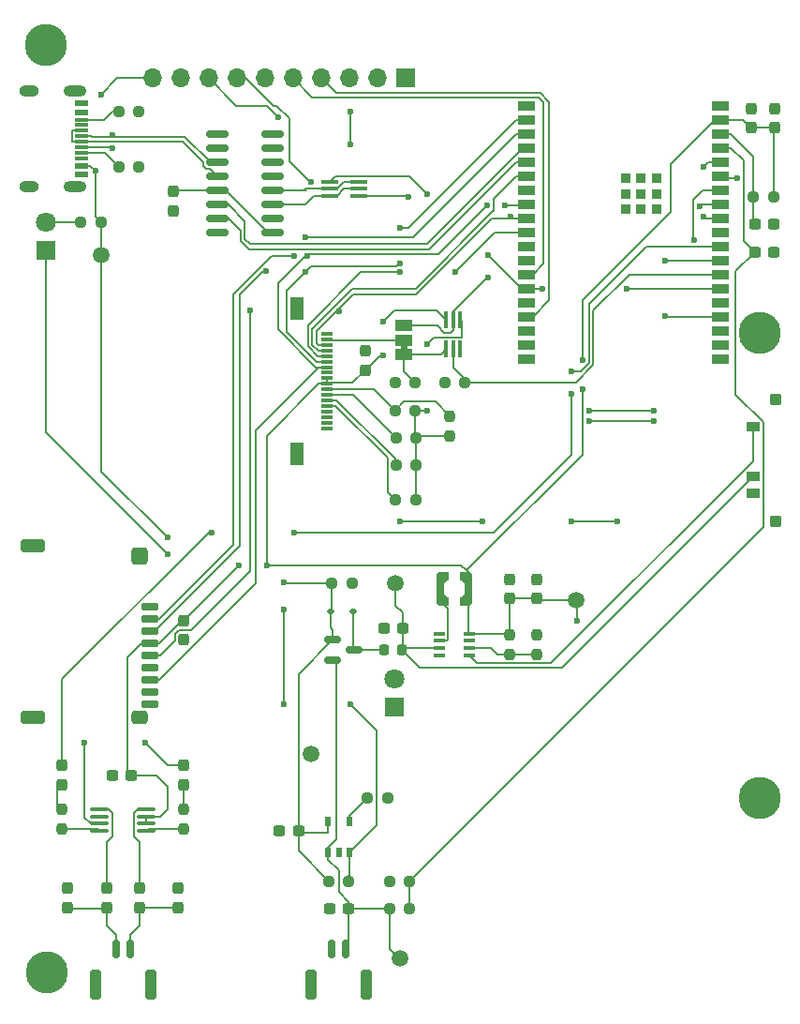
<source format=gbr>
%TF.GenerationSoftware,KiCad,Pcbnew,8.0.7*%
%TF.CreationDate,2025-01-02T12:18:16+01:00*%
%TF.ProjectId,redroid_go,72656472-6f69-4645-9f67-6f2e6b696361,rev?*%
%TF.SameCoordinates,Original*%
%TF.FileFunction,Copper,L2,Bot*%
%TF.FilePolarity,Positive*%
%FSLAX46Y46*%
G04 Gerber Fmt 4.6, Leading zero omitted, Abs format (unit mm)*
G04 Created by KiCad (PCBNEW 8.0.7) date 2025-01-02 12:18:16*
%MOMM*%
%LPD*%
G01*
G04 APERTURE LIST*
G04 Aperture macros list*
%AMRoundRect*
0 Rectangle with rounded corners*
0 $1 Rounding radius*
0 $2 $3 $4 $5 $6 $7 $8 $9 X,Y pos of 4 corners*
0 Add a 4 corners polygon primitive as box body*
4,1,4,$2,$3,$4,$5,$6,$7,$8,$9,$2,$3,0*
0 Add four circle primitives for the rounded corners*
1,1,$1+$1,$2,$3*
1,1,$1+$1,$4,$5*
1,1,$1+$1,$6,$7*
1,1,$1+$1,$8,$9*
0 Add four rect primitives between the rounded corners*
20,1,$1+$1,$2,$3,$4,$5,0*
20,1,$1+$1,$4,$5,$6,$7,0*
20,1,$1+$1,$6,$7,$8,$9,0*
20,1,$1+$1,$8,$9,$2,$3,0*%
%AMFreePoly0*
4,1,11,0.760000,0.825000,0.380000,0.510000,0.380000,-0.510000,0.760000,-0.825000,0.760000,-1.525000,-0.125000,-1.525000,-0.380000,-1.270000,-0.380000,1.270000,-0.125000,1.525000,0.760000,1.525000,0.760000,0.825000,0.760000,0.825000,$1*%
G04 Aperture macros list end*
%TA.AperFunction,EtchedComponent*%
%ADD10C,0.000000*%
%TD*%
%TA.AperFunction,SMDPad,CuDef*%
%ADD11R,1.004699X0.355600*%
%TD*%
%TA.AperFunction,SMDPad,CuDef*%
%ADD12R,1.498600X0.889000*%
%TD*%
%TA.AperFunction,SMDPad,CuDef*%
%ADD13R,0.889000X0.889000*%
%TD*%
%TA.AperFunction,SMDPad,CuDef*%
%ADD14R,1.000000X0.300000*%
%TD*%
%TA.AperFunction,SMDPad,CuDef*%
%ADD15R,1.300000X2.000000*%
%TD*%
%TA.AperFunction,SMDPad,CuDef*%
%ADD16C,1.500000*%
%TD*%
%TA.AperFunction,ComponentPad*%
%ADD17C,3.800000*%
%TD*%
%TA.AperFunction,ComponentPad*%
%ADD18R,1.700000X1.700000*%
%TD*%
%TA.AperFunction,ComponentPad*%
%ADD19O,1.700000X1.700000*%
%TD*%
%TA.AperFunction,ComponentPad*%
%ADD20R,1.800000X1.800000*%
%TD*%
%TA.AperFunction,ComponentPad*%
%ADD21C,1.800000*%
%TD*%
%TA.AperFunction,SMDPad,CuDef*%
%ADD22RoundRect,0.237500X-0.300000X-0.237500X0.300000X-0.237500X0.300000X0.237500X-0.300000X0.237500X0*%
%TD*%
%TA.AperFunction,SMDPad,CuDef*%
%ADD23RoundRect,0.237500X0.250000X0.237500X-0.250000X0.237500X-0.250000X-0.237500X0.250000X-0.237500X0*%
%TD*%
%TA.AperFunction,SMDPad,CuDef*%
%ADD24RoundRect,0.237500X0.237500X-0.300000X0.237500X0.300000X-0.237500X0.300000X-0.237500X-0.300000X0*%
%TD*%
%TA.AperFunction,SMDPad,CuDef*%
%ADD25RoundRect,0.237500X0.237500X-0.287500X0.237500X0.287500X-0.237500X0.287500X-0.237500X-0.287500X0*%
%TD*%
%TA.AperFunction,SMDPad,CuDef*%
%ADD26RoundRect,0.112500X0.187500X0.112500X-0.187500X0.112500X-0.187500X-0.112500X0.187500X-0.112500X0*%
%TD*%
%TA.AperFunction,SMDPad,CuDef*%
%ADD27R,0.508000X0.914400*%
%TD*%
%TA.AperFunction,SMDPad,CuDef*%
%ADD28RoundRect,0.237500X-0.237500X0.300000X-0.237500X-0.300000X0.237500X-0.300000X0.237500X0.300000X0*%
%TD*%
%TA.AperFunction,SMDPad,CuDef*%
%ADD29RoundRect,0.237500X-0.250000X-0.237500X0.250000X-0.237500X0.250000X0.237500X-0.250000X0.237500X0*%
%TD*%
%TA.AperFunction,SMDPad,CuDef*%
%ADD30RoundRect,0.150000X0.150000X0.700000X-0.150000X0.700000X-0.150000X-0.700000X0.150000X-0.700000X0*%
%TD*%
%TA.AperFunction,SMDPad,CuDef*%
%ADD31RoundRect,0.250000X0.250000X1.100000X-0.250000X1.100000X-0.250000X-1.100000X0.250000X-1.100000X0*%
%TD*%
%TA.AperFunction,SMDPad,CuDef*%
%ADD32R,1.150000X0.600000*%
%TD*%
%TA.AperFunction,SMDPad,CuDef*%
%ADD33R,1.150000X0.300000*%
%TD*%
%TA.AperFunction,ComponentPad*%
%ADD34O,2.100000X1.000000*%
%TD*%
%TA.AperFunction,ComponentPad*%
%ADD35O,1.800000X1.000000*%
%TD*%
%TA.AperFunction,SMDPad,CuDef*%
%ADD36RoundRect,0.225000X-0.400000X0.225000X-0.400000X-0.225000X0.400000X-0.225000X0.400000X0.225000X0*%
%TD*%
%TA.AperFunction,SMDPad,CuDef*%
%ADD37RoundRect,0.250000X-0.250000X0.300000X-0.250000X-0.300000X0.250000X-0.300000X0.250000X0.300000X0*%
%TD*%
%TA.AperFunction,SMDPad,CuDef*%
%ADD38RoundRect,0.100000X0.712500X0.100000X-0.712500X0.100000X-0.712500X-0.100000X0.712500X-0.100000X0*%
%TD*%
%TA.AperFunction,SMDPad,CuDef*%
%ADD39FreePoly0,0.000000*%
%TD*%
%TA.AperFunction,SMDPad,CuDef*%
%ADD40FreePoly0,180.000000*%
%TD*%
%TA.AperFunction,SMDPad,CuDef*%
%ADD41RoundRect,0.150000X-0.825000X-0.150000X0.825000X-0.150000X0.825000X0.150000X-0.825000X0.150000X0*%
%TD*%
%TA.AperFunction,SMDPad,CuDef*%
%ADD42RoundRect,0.175000X0.625000X-0.175000X0.625000X0.175000X-0.625000X0.175000X-0.625000X-0.175000X0*%
%TD*%
%TA.AperFunction,SMDPad,CuDef*%
%ADD43RoundRect,0.300000X0.450000X-0.300000X0.450000X0.300000X-0.450000X0.300000X-0.450000X-0.300000X0*%
%TD*%
%TA.AperFunction,SMDPad,CuDef*%
%ADD44RoundRect,0.375000X0.375000X-0.425000X0.375000X0.425000X-0.375000X0.425000X-0.375000X-0.425000X0*%
%TD*%
%TA.AperFunction,SMDPad,CuDef*%
%ADD45RoundRect,0.300000X0.800000X-0.300000X0.800000X0.300000X-0.800000X0.300000X-0.800000X-0.300000X0*%
%TD*%
%TA.AperFunction,SMDPad,CuDef*%
%ADD46RoundRect,0.100000X-0.650000X-0.100000X0.650000X-0.100000X0.650000X0.100000X-0.650000X0.100000X0*%
%TD*%
%TA.AperFunction,SMDPad,CuDef*%
%ADD47RoundRect,0.237500X0.300000X0.237500X-0.300000X0.237500X-0.300000X-0.237500X0.300000X-0.237500X0*%
%TD*%
%TA.AperFunction,SMDPad,CuDef*%
%ADD48R,1.500000X1.000000*%
%TD*%
%TA.AperFunction,SMDPad,CuDef*%
%ADD49RoundRect,0.218750X-0.218750X-0.256250X0.218750X-0.256250X0.218750X0.256250X-0.218750X0.256250X0*%
%TD*%
%TA.AperFunction,SMDPad,CuDef*%
%ADD50RoundRect,0.150000X-0.587500X-0.150000X0.587500X-0.150000X0.587500X0.150000X-0.587500X0.150000X0*%
%TD*%
%TA.AperFunction,SMDPad,CuDef*%
%ADD51RoundRect,0.237500X-0.237500X0.250000X-0.237500X-0.250000X0.237500X-0.250000X0.237500X0.250000X0*%
%TD*%
%TA.AperFunction,SMDPad,CuDef*%
%ADD52RoundRect,0.237500X0.237500X-0.250000X0.237500X0.250000X-0.237500X0.250000X-0.237500X-0.250000X0*%
%TD*%
%TA.AperFunction,SMDPad,CuDef*%
%ADD53RoundRect,0.100000X0.100000X-0.650000X0.100000X0.650000X-0.100000X0.650000X-0.100000X-0.650000X0*%
%TD*%
%TA.AperFunction,ViaPad*%
%ADD54C,0.600000*%
%TD*%
%TA.AperFunction,Conductor*%
%ADD55C,0.200000*%
%TD*%
G04 APERTURE END LIST*
D10*
%TA.AperFunction,EtchedComponent*%
%TO.C,JP1*%
G36*
X164187500Y-74050000D02*
G01*
X163587500Y-74050000D01*
X163587500Y-73550000D01*
X164187500Y-73550000D01*
X164187500Y-74050000D01*
G37*
%TD.AperFunction*%
%TD*%
D11*
%TO.P,U3,1,PG*%
%TO.N,unconnected-(U3-PG-Pad1)*%
X167057201Y-101615448D03*
%TO.P,U3,2,VIN*%
%TO.N,Net-(SW11-B)*%
X167057201Y-100965450D03*
%TO.P,U3,3,SW*%
%TO.N,Net-(U3-SW)*%
X167057201Y-100315448D03*
%TO.P,U3,4,PGND*%
%TO.N,GND*%
X167057201Y-99665450D03*
%TO.P,U3,5,OUT*%
%TO.N,P3V3*%
X169763697Y-99665450D03*
%TO.P,U3,6,AGND*%
%TO.N,GND*%
X169763697Y-100315448D03*
%TO.P,U3,7,FB*%
%TO.N,Net-(U3-FB)*%
X169763697Y-100965450D03*
%TO.P,U3,8,EN*%
%TO.N,Net-(SW11-A)*%
X169763697Y-101615448D03*
%TD*%
D12*
%TO.P,U1,1,GND*%
%TO.N,GND*%
X192500000Y-52000000D03*
%TO.P,U1,2,3V3*%
%TO.N,P3V3*%
X192500000Y-53270000D03*
%TO.P,U1,3,EN*%
%TO.N,RESET*%
X192500000Y-54540000D03*
%TO.P,U1,4,SENSOR_VP*%
%TO.N,IO36*%
X192500000Y-55810000D03*
%TO.P,U1,5,SENSOR_VN*%
%TO.N,IO39*%
X192500000Y-57080000D03*
%TO.P,U1,6,IO34*%
%TO.N,IO34*%
X192500000Y-58350000D03*
%TO.P,U1,7,IO35*%
%TO.N,IO35*%
X192500000Y-59620000D03*
%TO.P,U1,8,IO32*%
%TO.N,IO32*%
X192500000Y-60890000D03*
%TO.P,U1,9,IO33*%
%TO.N,IO33*%
X192500000Y-62160000D03*
%TO.P,U1,10,IO25*%
%TO.N,IO25*%
X192500000Y-63430000D03*
%TO.P,U1,11,IO26*%
%TO.N,IO26*%
X192500000Y-64700000D03*
%TO.P,U1,12,IO27*%
%TO.N,IO27*%
X192500000Y-65970000D03*
%TO.P,U1,13,IO14*%
%TO.N,IO14*%
X192500000Y-67240000D03*
%TO.P,U1,14,IO12*%
%TO.N,IO12*%
X192500000Y-68510000D03*
%TO.P,U1,15,GND*%
%TO.N,unconnected-(U1-GND-Pad15)*%
X192500000Y-69780000D03*
%TO.P,U1,16,IO13*%
%TO.N,IO13*%
X192500000Y-71050000D03*
%TO.P,U1,17,NC*%
%TO.N,unconnected-(U1-NC-Pad17)*%
X192500000Y-72320000D03*
%TO.P,U1,18,NC*%
%TO.N,unconnected-(U1-NC-Pad18)*%
X192500000Y-73590000D03*
%TO.P,U1,19,NC*%
%TO.N,unconnected-(U1-NC-Pad19)*%
X192500000Y-74860000D03*
%TO.P,U1,20,NC*%
%TO.N,unconnected-(U1-NC-Pad20)*%
X175000000Y-74860000D03*
%TO.P,U1,21,NC*%
%TO.N,unconnected-(U1-NC-Pad21)*%
X175000000Y-73590000D03*
%TO.P,U1,22,NC*%
%TO.N,unconnected-(U1-NC-Pad22)*%
X175000000Y-72320000D03*
%TO.P,U1,23,IO15*%
%TO.N,IO15*%
X175000000Y-71050000D03*
%TO.P,U1,24,IO2*%
%TO.N,IO2*%
X175000000Y-69780000D03*
%TO.P,U1,25,IO0*%
%TO.N,IO0*%
X175000000Y-68510000D03*
%TO.P,U1,26,IO4*%
%TO.N,IO4*%
X175000000Y-67240000D03*
%TO.P,U1,27,NC*%
%TO.N,unconnected-(U1-NC-Pad27)*%
X175000000Y-65970000D03*
%TO.P,U1,28,NC*%
%TO.N,unconnected-(U1-NC-Pad28)*%
X175000000Y-64700000D03*
%TO.P,U1,29,IO5*%
%TO.N,CS0*%
X175000000Y-63430000D03*
%TO.P,U1,30,IO18*%
%TO.N,SCK*%
X175000000Y-62160000D03*
%TO.P,U1,31,IO19*%
%TO.N,MISO*%
X175000000Y-60890000D03*
%TO.P,U1,32,NC*%
%TO.N,unconnected-(U1-NC-Pad32)*%
X175000000Y-59620000D03*
%TO.P,U1,33,IO21*%
%TO.N,IO21*%
X175000000Y-58350000D03*
%TO.P,U1,34,RXD0*%
%TO.N,RX0*%
X175000000Y-57080000D03*
%TO.P,U1,35,TXD0*%
%TO.N,TX0*%
X175000000Y-55810000D03*
%TO.P,U1,36,IO22*%
%TO.N,CS1*%
X175000000Y-54540000D03*
%TO.P,U1,37,IO23*%
%TO.N,MOSI*%
X175000000Y-53270000D03*
%TO.P,U1,38,GND*%
%TO.N,GND*%
X175000000Y-52000000D03*
D13*
%TO.P,U1,42,EPAD*%
%TO.N,unconnected-(U1-EPAD-Pad42)*%
X185330500Y-61335936D03*
%TO.P,U1,39,EPAD*%
%TO.N,unconnected-(U1-EPAD-Pad39)*%
X185330500Y-59946810D03*
%TO.P,U1,46,EPAD*%
%TO.N,unconnected-(U1-EPAD-Pad46)*%
X185330500Y-58557684D03*
%TO.P,U1,40,EPAD*%
%TO.N,unconnected-(U1-EPAD-Pad40)*%
X186719626Y-59946810D03*
%TO.P,U1,47,EPAD*%
%TO.N,unconnected-(U1-EPAD-Pad47)*%
X186719626Y-58557684D03*
%TO.P,U1,41,EPAD*%
%TO.N,unconnected-(U1-EPAD-Pad41)*%
X186719626Y-61335936D03*
%TO.P,U1,45,EPAD*%
%TO.N,unconnected-(U1-EPAD-Pad45)*%
X183941374Y-58557684D03*
%TO.P,U1,44,EPAD*%
%TO.N,unconnected-(U1-EPAD-Pad44)*%
X183941374Y-59946810D03*
%TO.P,U1,43,EPAD*%
%TO.N,unconnected-(U1-EPAD-Pad43)*%
X183941374Y-61335936D03*
%TD*%
D14*
%TO.P,J2,1,YD*%
%TO.N,unconnected-(J2-YD-Pad1)*%
X156950000Y-81099999D03*
%TO.P,J2,2,XR*%
%TO.N,unconnected-(J2-XR-Pad2)*%
X156950000Y-80600000D03*
%TO.P,J2,3,YU*%
%TO.N,unconnected-(J2-YU-Pad3)*%
X156950000Y-80099999D03*
%TO.P,J2,4,XL*%
%TO.N,unconnected-(J2-XL-Pad4)*%
X156950000Y-79600000D03*
%TO.P,J2,5,LEDK4*%
%TO.N,Net-(J2-LEDK4)*%
X156950000Y-79099998D03*
%TO.P,J2,6,LEDK3*%
%TO.N,Net-(J2-LEDK3)*%
X156950000Y-78599999D03*
%TO.P,J2,7,LEDK2*%
%TO.N,Net-(J2-LEDK2)*%
X156950000Y-78100000D03*
%TO.P,J2,8,LEDK1*%
%TO.N,Net-(J2-LEDK1)*%
X156950000Y-77599998D03*
%TO.P,J2,9,LEDA*%
%TO.N,P3V3*%
X156950000Y-77100000D03*
%TO.P,J2,10,VCC*%
X156950000Y-76599998D03*
%TO.P,J2,11,GND*%
%TO.N,GND*%
X156950000Y-76099999D03*
%TO.P,J2,12,SDO*%
%TO.N,MISO*%
X156950000Y-75600000D03*
%TO.P,J2,13,SDA*%
%TO.N,MOSI*%
X156950000Y-75099998D03*
%TO.P,J2,14,CS*%
%TO.N,CS0*%
X156950000Y-74599999D03*
%TO.P,J2,15,D/C*%
%TO.N,IO21*%
X156950000Y-74099998D03*
%TO.P,J2,16,SCL*%
%TO.N,SCK*%
X156950000Y-73599999D03*
%TO.P,J2,17,RST*%
%TO.N,Net-(J2-RST)*%
X156950000Y-73100000D03*
%TO.P,J2,18,GND*%
%TO.N,GND*%
X156950000Y-72599998D03*
D15*
%TO.P,J2,P1*%
%TO.N,unconnected-(J2-PadP1)*%
X154250001Y-83399992D03*
%TO.P,J2,P2*%
%TO.N,unconnected-(J2-PadP2)*%
X154250001Y-70300008D03*
%TD*%
D16*
%TO.P,TP11,1,1*%
%TO.N,GND*%
X155500000Y-110500000D03*
%TD*%
D17*
%TO.P,H4,1,1*%
%TO.N,unconnected-(H4-Pad1)*%
X196050000Y-72500000D03*
%TD*%
%TO.P,H3,1,1*%
%TO.N,unconnected-(H3-Pad1)*%
X131650000Y-130250000D03*
%TD*%
%TO.P,H2,1,1*%
%TO.N,unconnected-(H2-Pad1)*%
X131550000Y-46500000D03*
%TD*%
%TO.P,H1,1,1*%
%TO.N,unconnected-(H1-Pad1)*%
X196000000Y-114500000D03*
%TD*%
D18*
%TO.P,J4,1,Pin_1*%
%TO.N,GND*%
X164000000Y-49500000D03*
D19*
%TO.P,J4,2,Pin_2*%
%TO.N,Net-(J4-Pin_2)*%
X161460000Y-49500000D03*
%TO.P,J4,3,Pin_3*%
%TO.N,Net-(J4-Pin_3)*%
X158920000Y-49500000D03*
%TO.P,J4,4,Pin_4*%
%TO.N,IO15*%
X156380000Y-49500000D03*
%TO.P,J4,5,Pin_5*%
%TO.N,IO4*%
X153840000Y-49500000D03*
%TO.P,J4,6,Pin_6*%
%TO.N,P3V3*%
X151300000Y-49500000D03*
%TO.P,J4,7,Pin_7*%
%TO.N,MISO*%
X148760000Y-49500000D03*
%TO.P,J4,8,Pin_8*%
%TO.N,Net-(J4-Pin_8)*%
X146220000Y-49500000D03*
%TO.P,J4,9,Pin_9*%
%TO.N,unconnected-(J4-Pin_9-Pad9)*%
X143680000Y-49500000D03*
%TO.P,J4,10,Pin_10*%
%TO.N,VBUS*%
X141140000Y-49500000D03*
%TD*%
D20*
%TO.P,D3,1,K*%
%TO.N,GND*%
X163000000Y-106270000D03*
D21*
%TO.P,D3,2,A*%
%TO.N,Net-(D3-A)*%
X163000000Y-103730000D03*
%TD*%
D20*
%TO.P,D2,1,K*%
%TO.N,Net-(D2-K)*%
X131500000Y-65040000D03*
D21*
%TO.P,D2,2,A*%
%TO.N,Net-(D2-A)*%
X131500000Y-62500000D03*
%TD*%
D16*
%TO.P,TP13,1,1*%
%TO.N,VBAT*%
X163500000Y-129000000D03*
%TD*%
D22*
%TO.P,C20,1*%
%TO.N,IO36*%
X195587500Y-65200000D03*
%TO.P,C20,2*%
%TO.N,GND*%
X197312500Y-65200000D03*
%TD*%
D23*
%TO.P,R10,1*%
%TO.N,IO36*%
X164412500Y-122000000D03*
%TO.P,R10,2*%
%TO.N,GND*%
X162587500Y-122000000D03*
%TD*%
D24*
%TO.P,C3,1*%
%TO.N,P3V3*%
X173410449Y-96502949D03*
%TO.P,C3,2*%
%TO.N,GND*%
X173410449Y-94777949D03*
%TD*%
D25*
%TO.P,FB2,1*%
%TO.N,Net-(J3-Pin_2)*%
X137000000Y-124375000D03*
%TO.P,FB2,2*%
%TO.N,Net-(PAM8403-OUT-)*%
X137000000Y-122625000D03*
%TD*%
D26*
%TO.P,D1,1,K*%
%TO.N,Net-(D1-K)*%
X159322949Y-97640449D03*
%TO.P,D1,2,A*%
%TO.N,VBUS*%
X157222949Y-97640449D03*
%TD*%
D27*
%TO.P,U4,1,/CHG*%
%TO.N,Net-(D2-K)*%
X158950001Y-119397000D03*
%TO.P,U4,2,VSS*%
%TO.N,GND*%
X158000000Y-119397000D03*
%TO.P,U4,3,BAT*%
%TO.N,VBAT*%
X157049999Y-119397000D03*
%TO.P,U4,4,VIN*%
%TO.N,VBUS*%
X157049999Y-116603000D03*
%TO.P,U4,5,ISEN*%
%TO.N,Net-(U4-ISEN)*%
X158950001Y-116603000D03*
%TD*%
D28*
%TO.P,C14,1*%
%TO.N,GND*%
X133500000Y-122637500D03*
%TO.P,C14,2*%
%TO.N,Net-(J3-Pin_2)*%
X133500000Y-124362500D03*
%TD*%
D16*
%TO.P,TP14,1,1*%
%TO.N,VBUS*%
X136500000Y-65500000D03*
%TD*%
D29*
%TO.P,R2,1*%
%TO.N,Net-(J1-CC2)*%
X138087500Y-52500000D03*
%TO.P,R2,2*%
%TO.N,GND*%
X139912500Y-52500000D03*
%TD*%
D30*
%TO.P,BT1,1,+*%
%TO.N,VBAT*%
X158625000Y-128150000D03*
%TO.P,BT1,2,-*%
%TO.N,GND*%
X157375000Y-128150000D03*
D31*
%TO.P,BT1,MP*%
%TO.N,N/C*%
X160475000Y-131350000D03*
X155525000Y-131350000D03*
%TD*%
D32*
%TO.P,J1,A1_B12,GND*%
%TO.N,GND*%
X134755000Y-58200000D03*
%TO.P,J1,A4_B9,VBUS*%
%TO.N,VBUS*%
X134755000Y-57400000D03*
D33*
%TO.P,J1,A5,CC1*%
%TO.N,Net-(J1-CC1)*%
X134755000Y-56250000D03*
%TO.P,J1,A6,DP1*%
%TO.N,D+*%
X134755000Y-55250000D03*
%TO.P,J1,A7,DN1*%
%TO.N,D-*%
X134755000Y-54750000D03*
%TO.P,J1,A8,SBU1*%
%TO.N,unconnected-(J1-SBU1-PadA8)*%
X134755000Y-53750000D03*
D32*
%TO.P,J1,B1_A12,GND__1*%
%TO.N,unconnected-(J1-GND__1-PadB1_A12)*%
X134755000Y-51800000D03*
%TO.P,J1,B4_A9,VBUS__1*%
%TO.N,unconnected-(J1-VBUS__1-PadB4_A9)*%
X134755000Y-52600000D03*
D33*
%TO.P,J1,B5,CC2*%
%TO.N,Net-(J1-CC2)*%
X134755000Y-53250000D03*
%TO.P,J1,B6,DP2*%
%TO.N,D+*%
X134755000Y-54250000D03*
%TO.P,J1,B7,DN2*%
%TO.N,D-*%
X134755000Y-55750000D03*
%TO.P,J1,B8,SBU2*%
%TO.N,unconnected-(J1-SBU2-PadB8)*%
X134755000Y-56750000D03*
D34*
%TO.P,J1,SH1,SHELL_GND*%
%TO.N,GND*%
X134180000Y-59320000D03*
%TO.P,J1,SH2,SHELL_GND__1*%
%TO.N,unconnected-(J1-SHELL_GND__1-PadSH2)*%
X134180000Y-50680000D03*
D35*
%TO.P,J1,SH3,SHELL_GND__2*%
%TO.N,unconnected-(J1-SHELL_GND__2-PadSH3)*%
X130000000Y-59320000D03*
%TO.P,J1,SH4,SHELL_GND__3*%
%TO.N,unconnected-(J1-SHELL_GND__3-PadSH4)*%
X130000000Y-50680000D03*
%TD*%
D36*
%TO.P,SW11,1,A*%
%TO.N,Net-(SW11-A)*%
X195425000Y-81000000D03*
%TO.P,SW11,2,B*%
%TO.N,Net-(SW11-B)*%
X195425000Y-85500000D03*
%TO.P,SW11,3,C*%
%TO.N,unconnected-(SW11-C-Pad3)*%
X195425000Y-87000000D03*
D37*
%TO.P,SW11,4*%
%TO.N,N/C*%
X197500000Y-78500000D03*
%TO.P,SW11,5*%
X197500000Y-89500000D03*
%TD*%
D29*
%TO.P,R21,1*%
%TO.N,GND*%
X163087500Y-77000000D03*
%TO.P,R21,2*%
%TO.N,Net-(JP1-A)*%
X164912500Y-77000000D03*
%TD*%
D28*
%TO.P,C1,1*%
%TO.N,P3V3*%
X143050000Y-59737500D03*
%TO.P,C1,2*%
%TO.N,GND*%
X143050000Y-61462500D03*
%TD*%
D24*
%TO.P,C11,1*%
%TO.N,Net-(C11-Pad1)*%
X144000000Y-113275000D03*
%TO.P,C11,2*%
%TO.N,IO25*%
X144000000Y-111550000D03*
%TD*%
D23*
%TO.P,R25,1*%
%TO.N,Net-(Q3A-C1)*%
X165000000Y-82000000D03*
%TO.P,R25,2*%
%TO.N,Net-(J2-LEDK2)*%
X163175000Y-82000000D03*
%TD*%
D16*
%TO.P,TP1,1,1*%
%TO.N,P3V3*%
X179410449Y-96640449D03*
%TD*%
D38*
%TO.P,PAM8403,1,OUT+*%
%TO.N,Net-(PAM8403-OUT+)*%
X140612500Y-115525000D03*
%TO.P,PAM8403,2,PVDD*%
%TO.N,P3V3*%
X140612500Y-116175000D03*
%TO.P,PAM8403,3,VDD*%
X140612500Y-116825000D03*
%TO.P,PAM8403,4,IN-*%
%TO.N,Net-(PAM8403-IN-)*%
X140612500Y-117475000D03*
%TO.P,PAM8403,5,IN+*%
%TO.N,Net-(PAM8403-IN+)*%
X136387500Y-117475000D03*
%TO.P,PAM8403,6,SD*%
%TO.N,IO25*%
X136387500Y-116825000D03*
%TO.P,PAM8403,7,GND*%
%TO.N,GND*%
X136387500Y-116175000D03*
%TO.P,PAM8403,8,OUT-*%
%TO.N,Net-(PAM8403-OUT-)*%
X136387500Y-115525000D03*
%TD*%
D39*
%TO.P,L1,1,1*%
%TO.N,Net-(U3-SW)*%
X167140449Y-95640449D03*
D40*
%TO.P,L1,2,2*%
%TO.N,P3V3*%
X169680449Y-95640449D03*
%TD*%
D23*
%TO.P,R17,1*%
%TO.N,P3V3*%
X197312500Y-60200000D03*
%TO.P,R17,2*%
%TO.N,RESET*%
X195487500Y-60200000D03*
%TD*%
D41*
%TO.P,U2,1,GND*%
%TO.N,GND*%
X147025000Y-63445000D03*
%TO.P,U2,2,TXD*%
%TO.N,RX0*%
X147025000Y-62175000D03*
%TO.P,U2,3,RXD*%
%TO.N,TX0*%
X147025000Y-60905000D03*
%TO.P,U2,4,V3*%
%TO.N,P3V3*%
X147025000Y-59635000D03*
%TO.P,U2,5,UD+*%
%TO.N,D+*%
X147025000Y-58365000D03*
%TO.P,U2,6,UD-*%
%TO.N,D-*%
X147025000Y-57095000D03*
%TO.P,U2,7,NC*%
%TO.N,unconnected-(U2-NC-Pad7)*%
X147025000Y-55825000D03*
%TO.P,U2,8,NC*%
%TO.N,unconnected-(U2-NC-Pad8)*%
X147025000Y-54555000D03*
%TO.P,U2,9,~{CTS}*%
%TO.N,unconnected-(U2-~{CTS}-Pad9)*%
X151975000Y-54555000D03*
%TO.P,U2,10,~{DSR}*%
%TO.N,unconnected-(U2-~{DSR}-Pad10)*%
X151975000Y-55825000D03*
%TO.P,U2,11,~{RI}*%
%TO.N,unconnected-(U2-~{RI}-Pad11)*%
X151975000Y-57095000D03*
%TO.P,U2,12,~{DCD}*%
%TO.N,unconnected-(U2-~{DCD}-Pad12)*%
X151975000Y-58365000D03*
%TO.P,U2,13,~{DTR}*%
%TO.N,Net-(Q1A-B1)*%
X151975000Y-59635000D03*
%TO.P,U2,14,~{RTS}*%
%TO.N,Net-(Q1A-E1)*%
X151975000Y-60905000D03*
%TO.P,U2,15,R232*%
%TO.N,unconnected-(U2-R232-Pad15)*%
X151975000Y-62175000D03*
%TO.P,U2,16,VCC*%
%TO.N,P3V3*%
X151975000Y-63445000D03*
%TD*%
D25*
%TO.P,FB1,1*%
%TO.N,Net-(J3-Pin_1)*%
X140000000Y-124375000D03*
%TO.P,FB1,2*%
%TO.N,Net-(PAM8403-OUT+)*%
X140000000Y-122625000D03*
%TD*%
D22*
%TO.P,C9,1*%
%TO.N,RESET*%
X195587500Y-62700000D03*
%TO.P,C9,2*%
%TO.N,GND*%
X197312500Y-62700000D03*
%TD*%
D42*
%TO.P,U6,1,DAT2*%
%TO.N,unconnected-(U6-DAT2-Pad1)*%
X140950000Y-97250000D03*
%TO.P,U6,2,CD/DAT3*%
%TO.N,CS1*%
X140950000Y-98350000D03*
%TO.P,U6,3,CMD*%
%TO.N,MOSI*%
X140950000Y-99450000D03*
%TO.P,U6,4,VDD*%
%TO.N,P3V3*%
X140950000Y-100550000D03*
%TO.P,U6,5,CLX*%
%TO.N,SCK*%
X140950000Y-101650000D03*
%TO.P,U6,6,VSS*%
%TO.N,GND*%
X140950000Y-102750000D03*
%TO.P,U6,7,DAT0*%
%TO.N,MISO*%
X140950000Y-103850000D03*
%TO.P,U6,8,DAT1*%
%TO.N,unconnected-(U6-DAT1-Pad8)*%
X140950000Y-104950000D03*
%TO.P,U6,9,SD_CD*%
%TO.N,unconnected-(U6-SD_CD-Pad9)*%
X140950000Y-106050000D03*
D43*
%TO.P,U6,10,SHIELD2*%
%TO.N,GND*%
X139950000Y-107250000D03*
D44*
X139950000Y-92650000D03*
D45*
%TO.P,U6,11,SHIELD1*%
X130350000Y-107250000D03*
X130350000Y-91750000D03*
%TD*%
D29*
%TO.P,R6,1*%
%TO.N,Net-(U4-ISEN)*%
X160587500Y-114500000D03*
%TO.P,R6,2*%
%TO.N,GND*%
X162412500Y-114500000D03*
%TD*%
%TO.P,R1,1*%
%TO.N,Net-(J1-CC1)*%
X138087500Y-57500000D03*
%TO.P,R1,2*%
%TO.N,GND*%
X139912500Y-57500000D03*
%TD*%
D23*
%TO.P,R8,1*%
%TO.N,VBUS*%
X136500000Y-62500000D03*
%TO.P,R8,2*%
%TO.N,Net-(D2-A)*%
X134675000Y-62500000D03*
%TD*%
%TO.P,R20,1*%
%TO.N,IO14*%
X169412500Y-77000000D03*
%TO.P,R20,2*%
%TO.N,GND*%
X167587500Y-77000000D03*
%TD*%
D24*
%TO.P,C7,1*%
%TO.N,P3V3*%
X195250000Y-53962500D03*
%TO.P,C7,2*%
%TO.N,GND*%
X195250000Y-52237500D03*
%TD*%
D23*
%TO.P,R19,1*%
%TO.N,Net-(Q3A-C1)*%
X165000000Y-84450000D03*
%TO.P,R19,2*%
%TO.N,Net-(J2-LEDK3)*%
X163175000Y-84450000D03*
%TD*%
D46*
%TO.P,Q1,1,E1*%
%TO.N,Net-(Q1A-E1)*%
X157170000Y-60150000D03*
%TO.P,Q1,2,B1*%
%TO.N,Net-(Q1A-B1)*%
X157170000Y-59500000D03*
%TO.P,Q1,3,C2*%
%TO.N,IO0*%
X157170000Y-58850000D03*
%TO.P,Q1,4,E2*%
%TO.N,Net-(Q1A-B1)*%
X159830000Y-58850000D03*
%TO.P,Q1,5,B2*%
%TO.N,Net-(Q1A-E1)*%
X159830000Y-59500000D03*
%TO.P,Q1,6,C1*%
%TO.N,RESET*%
X159830000Y-60150000D03*
%TD*%
D23*
%TO.P,R24,1*%
%TO.N,Net-(Q3A-C1)*%
X164912500Y-79500000D03*
%TO.P,R24,2*%
%TO.N,Net-(J2-LEDK1)*%
X163087500Y-79500000D03*
%TD*%
D47*
%TO.P,C13,1*%
%TO.N,P3V3*%
X139225000Y-112500000D03*
%TO.P,C13,2*%
%TO.N,GND*%
X137500000Y-112500000D03*
%TD*%
D28*
%TO.P,C15,1*%
%TO.N,GND*%
X143500000Y-122637500D03*
%TO.P,C15,2*%
%TO.N,Net-(J3-Pin_1)*%
X143500000Y-124362500D03*
%TD*%
D24*
%TO.P,C8,1*%
%TO.N,P3V3*%
X197400000Y-53962500D03*
%TO.P,C8,2*%
%TO.N,GND*%
X197400000Y-52237500D03*
%TD*%
D48*
%TO.P,JP1,1,A*%
%TO.N,Net-(JP1-A)*%
X163887500Y-74450000D03*
%TO.P,JP1,2,C*%
%TO.N,Net-(J2-RST)*%
X163887500Y-73150000D03*
%TO.P,JP1,3,B*%
%TO.N,RESET*%
X163887500Y-71850000D03*
%TD*%
D29*
%TO.P,R9,1*%
%TO.N,VBAT*%
X162587500Y-124500000D03*
%TO.P,R9,2*%
%TO.N,IO36*%
X164412500Y-124500000D03*
%TD*%
D49*
%TO.P,F1,1*%
%TO.N,Net-(D1-K)*%
X162122949Y-101140449D03*
%TO.P,F1,2*%
%TO.N,Net-(SW11-B)*%
X163697949Y-101140449D03*
%TD*%
D50*
%TO.P,Q2,1,D*%
%TO.N,VBAT*%
X157472949Y-102090449D03*
%TO.P,Q2,2,G*%
%TO.N,VBUS*%
X157472949Y-100190449D03*
%TO.P,Q2,3,S*%
%TO.N,Net-(D1-K)*%
X159347949Y-101140449D03*
%TD*%
D23*
%TO.P,R26,1*%
%TO.N,Net-(Q3A-C1)*%
X164950000Y-87600000D03*
%TO.P,R26,2*%
%TO.N,Net-(J2-LEDK4)*%
X163125000Y-87600000D03*
%TD*%
D24*
%TO.P,C10,1*%
%TO.N,P3V3*%
X160362500Y-75862500D03*
%TO.P,C10,2*%
%TO.N,GND*%
X160362500Y-74137500D03*
%TD*%
D16*
%TO.P,TP2,1,1*%
%TO.N,Net-(SW11-B)*%
X163140449Y-95140449D03*
%TD*%
D28*
%TO.P,C16,1*%
%TO.N,P3V3*%
X144000000Y-98500000D03*
%TO.P,C16,2*%
%TO.N,GND*%
X144000000Y-100225000D03*
%TD*%
D51*
%TO.P,R19,1*%
%TO.N,Net-(J2-LEDK1)*%
X168000000Y-80000000D03*
%TO.P,R19,2*%
%TO.N,Net-(Q3A-C1)*%
X168000000Y-81825000D03*
%TD*%
D47*
%TO.P,C6,1*%
%TO.N,VBAT*%
X158862500Y-124500000D03*
%TO.P,C6,2*%
%TO.N,GND*%
X157137500Y-124500000D03*
%TD*%
D51*
%TO.P,R4,1*%
%TO.N,P3V3*%
X173410449Y-99727949D03*
%TO.P,R4,2*%
%TO.N,Net-(U3-FB)*%
X173410449Y-101552949D03*
%TD*%
D28*
%TO.P,C12,1*%
%TO.N,IO26*%
X133000000Y-111550000D03*
%TO.P,C12,2*%
%TO.N,Net-(C12-Pad2)*%
X133000000Y-113275000D03*
%TD*%
D51*
%TO.P,R23,1*%
%TO.N,Net-(C12-Pad2)*%
X133000000Y-115500000D03*
%TO.P,R23,2*%
%TO.N,Net-(PAM8403-IN+)*%
X133000000Y-117325000D03*
%TD*%
D29*
%TO.P,R3,1*%
%TO.N,VBUS*%
X157360449Y-95140449D03*
%TO.P,R3,2*%
%TO.N,GND*%
X159185449Y-95140449D03*
%TD*%
D52*
%TO.P,R5,1*%
%TO.N,Net-(U3-FB)*%
X175910449Y-101552949D03*
%TO.P,R5,2*%
%TO.N,GND*%
X175910449Y-99727949D03*
%TD*%
D24*
%TO.P,C4,1*%
%TO.N,P3V3*%
X175910449Y-96502949D03*
%TO.P,C4,2*%
%TO.N,GND*%
X175910449Y-94777949D03*
%TD*%
D52*
%TO.P,R22,1*%
%TO.N,Net-(PAM8403-IN-)*%
X144000000Y-117325000D03*
%TO.P,R22,2*%
%TO.N,Net-(C11-Pad1)*%
X144000000Y-115500000D03*
%TD*%
D29*
%TO.P,R7,1*%
%TO.N,VBUS*%
X157087500Y-122000000D03*
%TO.P,R7,2*%
%TO.N,Net-(D2-K)*%
X158912500Y-122000000D03*
%TD*%
D47*
%TO.P,C5,1*%
%TO.N,VBUS*%
X154362500Y-117500000D03*
%TO.P,C5,2*%
%TO.N,GND*%
X152637500Y-117500000D03*
%TD*%
%TO.P,C2,1*%
%TO.N,Net-(SW11-B)*%
X163772949Y-99140449D03*
%TO.P,C2,2*%
%TO.N,GND*%
X162047949Y-99140449D03*
%TD*%
D30*
%TO.P,J3,1,Pin_1*%
%TO.N,Net-(J3-Pin_1)*%
X139125000Y-128150000D03*
%TO.P,J3,2,Pin_2*%
%TO.N,Net-(J3-Pin_2)*%
X137875000Y-128150000D03*
D31*
%TO.P,J3,MP*%
%TO.N,N/C*%
X140975000Y-131350000D03*
X136025000Y-131350000D03*
%TD*%
D53*
%TO.P,Q3,1,E1*%
%TO.N,GND*%
X168987500Y-73980000D03*
%TO.P,Q3,2,B1*%
%TO.N,IO14*%
X168337500Y-73980000D03*
%TO.P,Q3,3,C2*%
%TO.N,Net-(JP1-A)*%
X167687500Y-73980000D03*
%TO.P,Q3,4,E2*%
%TO.N,P3V3*%
X167687500Y-71320000D03*
%TO.P,Q3,5,B2*%
%TO.N,RESET*%
X168337500Y-71320000D03*
%TO.P,Q3,6,C1*%
%TO.N,Net-(Q3A-C1)*%
X168987500Y-71320000D03*
%TD*%
D54*
%TO.N,IO33*%
X191000000Y-62000000D03*
%TO.N,IO32*%
X190600000Y-61050000D03*
%TO.N,D-*%
X137500000Y-55825000D03*
X137500000Y-54625000D03*
%TO.N,RESET*%
X164250000Y-60250000D03*
X171500000Y-67500000D03*
%TO.N,IO34*%
X194000000Y-58500000D03*
X186500000Y-80500000D03*
X180600000Y-80500000D03*
%TO.N,IO35*%
X190138527Y-64100000D03*
X186500000Y-79500000D03*
X180600000Y-79500000D03*
%TO.N,IO13*%
X179000000Y-89500000D03*
X187500000Y-71000000D03*
X183150000Y-89500000D03*
X171000000Y-89500000D03*
X163500000Y-89500000D03*
X192500000Y-71050000D03*
%TO.N,IO0*%
X176400000Y-68500000D03*
%TO.N,P3V3*%
X179500000Y-98500000D03*
%TO.N,IO39*%
X191000000Y-57500000D03*
%TO.N,IO27*%
X187500000Y-66000000D03*
%TO.N,IO12*%
X184000000Y-68500000D03*
%TO.N,SCK*%
X173500000Y-62000000D03*
%TO.N,MISO*%
X155500000Y-58900000D03*
X155134650Y-65565350D03*
%TO.N,IO0*%
X166000000Y-60000000D03*
X171500000Y-65500000D03*
%TO.N,Net-(J4-Pin_3)*%
X159000000Y-52500000D03*
%TO.N,VBUS*%
X136500000Y-51000000D03*
X136000000Y-57870000D03*
%TO.N,Net-(J4-Pin_8)*%
X152500000Y-53000000D03*
%TO.N,Net-(J4-Pin_3)*%
X159000000Y-55500000D03*
%TO.N,Net-(D2-K)*%
X153000000Y-97500000D03*
X142500000Y-92500000D03*
X153000000Y-106000000D03*
X159000000Y-106000000D03*
%TO.N,VBUS*%
X142500000Y-91000000D03*
X153000000Y-95000000D03*
%TO.N,IO26*%
X179000000Y-76000000D03*
X179000000Y-78000000D03*
X146500000Y-90500000D03*
X154000000Y-90500000D03*
%TO.N,IO25*%
X135000000Y-109500000D03*
X140500000Y-109500000D03*
%TO.N,P3V3*%
X180000000Y-77600000D03*
X180000000Y-75000000D03*
X151500000Y-93500000D03*
X149000000Y-93500000D03*
%TO.N,SCK*%
X150000000Y-70500000D03*
X158041421Y-70541421D03*
%TO.N,MOSI*%
X151424265Y-66924265D03*
X155000000Y-67000000D03*
%TO.N,CS1*%
X154000000Y-65565350D03*
X155000000Y-63900000D03*
%TO.N,Net-(Q3A-C1)*%
X166000000Y-79500000D03*
X166000000Y-73500000D03*
%TO.N,P3V3*%
X162000000Y-74500000D03*
X162000000Y-71500000D03*
%TO.N,MISO*%
X173000000Y-61000000D03*
X171400000Y-61000000D03*
%TO.N,MOSI*%
X163500000Y-63000000D03*
X163500000Y-66199997D03*
%TO.N,CS0*%
X168500000Y-67000000D03*
X163500000Y-67000000D03*
%TD*%
D55*
%TO.N,IO35*%
X180600000Y-79500000D02*
X186500000Y-79500000D01*
%TO.N,IO34*%
X180600000Y-80500000D02*
X186500000Y-80500000D01*
%TO.N,IO33*%
X192500000Y-62160000D02*
X191160000Y-62160000D01*
X191160000Y-62160000D02*
X191000000Y-62000000D01*
%TO.N,IO32*%
X192500000Y-60890000D02*
X190760000Y-60890000D01*
X190760000Y-60890000D02*
X190600000Y-61050000D01*
%TO.N,IO35*%
X190138527Y-64100000D02*
X190000000Y-63961473D01*
X190000000Y-63961473D02*
X190000000Y-60500000D01*
X190880000Y-59620000D02*
X192500000Y-59620000D01*
X190000000Y-60500000D02*
X190880000Y-59620000D01*
%TO.N,P3V3*%
X180000000Y-75000000D02*
X180000000Y-69544562D01*
X180000000Y-69544562D02*
X188000000Y-61544562D01*
X188000000Y-61544562D02*
X188000000Y-57246200D01*
X188000000Y-57246200D02*
X191976200Y-53270000D01*
X191976200Y-53270000D02*
X192500000Y-53270000D01*
%TO.N,IO13*%
X187500000Y-71000000D02*
X187550000Y-71050000D01*
X187550000Y-71050000D02*
X192500000Y-71050000D01*
%TO.N,IO27*%
X187530000Y-65970000D02*
X192500000Y-65970000D01*
X187500000Y-66000000D02*
X187530000Y-65970000D01*
%TO.N,IO13*%
X179000000Y-89500000D02*
X183150000Y-89500000D01*
%TO.N,D+*%
X134755000Y-54250000D02*
X133930000Y-54250000D01*
X133930000Y-54250000D02*
X133880000Y-54300000D01*
X133880000Y-54300000D02*
X133880000Y-55200000D01*
X133880000Y-55200000D02*
X133930000Y-55250000D01*
X133930000Y-55250000D02*
X134755000Y-55250000D01*
%TO.N,D-*%
X137500000Y-55825000D02*
X137425000Y-55750000D01*
X137425000Y-55750000D02*
X134755000Y-55750000D01*
%TO.N,RESET*%
X164250000Y-60250000D02*
X164150000Y-60150000D01*
X164150000Y-60150000D02*
X159830000Y-60150000D01*
X168337500Y-71320000D02*
X168337500Y-70570001D01*
X168337500Y-70570001D02*
X171407501Y-67500000D01*
X171407501Y-67500000D02*
X171500000Y-67500000D01*
%TO.N,IO36*%
X195587500Y-65200000D02*
X193850000Y-66937500D01*
X196350000Y-80551304D02*
X196350000Y-90062500D01*
X193850000Y-66937500D02*
X193850000Y-78051304D01*
X193850000Y-78051304D02*
X196350000Y-80551304D01*
X196350000Y-90062500D02*
X164412500Y-122000000D01*
X192500000Y-55810000D02*
X193449300Y-55810000D01*
X193449300Y-55810000D02*
X194600000Y-56960700D01*
X194600000Y-56960700D02*
X194600000Y-64212500D01*
X194600000Y-64212500D02*
X195587500Y-65200000D01*
%TO.N,IO34*%
X194000000Y-58500000D02*
X192650000Y-58500000D01*
X192650000Y-58500000D02*
X192500000Y-58350000D01*
%TO.N,IO13*%
X163500000Y-89500000D02*
X171000000Y-89500000D01*
%TO.N,IO26*%
X154000000Y-90500000D02*
X172000000Y-90500000D01*
X172000000Y-90500000D02*
X179000000Y-83500000D01*
X179000000Y-83500000D02*
X179000000Y-78000000D01*
%TO.N,IO0*%
X176400000Y-68500000D02*
X175010000Y-68500000D01*
X175010000Y-68500000D02*
X175000000Y-68510000D01*
%TO.N,IO4*%
X153840000Y-49500000D02*
X155595500Y-51255500D01*
X155595500Y-51255500D02*
X176049299Y-51255500D01*
X176500000Y-66263800D02*
X175523800Y-67240000D01*
X176049299Y-51255500D02*
X176500000Y-51706201D01*
X176500000Y-51706201D02*
X176500000Y-66263800D01*
X175523800Y-67240000D02*
X175000000Y-67240000D01*
%TO.N,IO15*%
X156380000Y-49500000D02*
X157735500Y-50855500D01*
X157735500Y-50855500D02*
X176214985Y-50855500D01*
X176214985Y-50855500D02*
X177000000Y-51640515D01*
X177000000Y-51640515D02*
X177000000Y-69573800D01*
X177000000Y-69573800D02*
X175523800Y-71050000D01*
X175523800Y-71050000D02*
X175000000Y-71050000D01*
%TO.N,P3V3*%
X179500000Y-98500000D02*
X179500000Y-96730000D01*
X179500000Y-96730000D02*
X179410449Y-96640449D01*
%TO.N,IO39*%
X191000000Y-57500000D02*
X191420000Y-57080000D01*
X191420000Y-57080000D02*
X192500000Y-57080000D01*
%TO.N,IO12*%
X184000000Y-68500000D02*
X184010000Y-68510000D01*
X184010000Y-68510000D02*
X192500000Y-68510000D01*
%TO.N,IO14*%
X169412500Y-77000000D02*
X179414215Y-77000000D01*
X179414215Y-77000000D02*
X181000000Y-75414215D01*
X181000000Y-75414215D02*
X181000000Y-70500000D01*
X181000000Y-70500000D02*
X184260000Y-67240000D01*
X184260000Y-67240000D02*
X192500000Y-67240000D01*
%TO.N,IO26*%
X179000000Y-76000000D02*
X179848529Y-76000000D01*
X179848529Y-76000000D02*
X180600000Y-75248529D01*
X180600000Y-69900000D02*
X185800000Y-64700000D01*
X180600000Y-75248529D02*
X180600000Y-69900000D01*
X185800000Y-64700000D02*
X192500000Y-64700000D01*
%TO.N,MISO*%
X155400000Y-58900000D02*
X155500000Y-58900000D01*
X153500000Y-57000000D02*
X155400000Y-58900000D01*
X153500000Y-57000000D02*
X153500000Y-53151471D01*
X153500000Y-53151471D02*
X152348529Y-52000000D01*
X152348529Y-52000000D02*
X152065686Y-52000000D01*
X152065686Y-52000000D02*
X149565686Y-49500000D01*
X149565686Y-49500000D02*
X148760000Y-49500000D01*
%TO.N,Net-(J4-Pin_8)*%
X152500000Y-53000000D02*
X151500000Y-52000000D01*
X151500000Y-52000000D02*
X148720000Y-52000000D01*
X148720000Y-52000000D02*
X146220000Y-49500000D01*
%TO.N,IO0*%
X157670000Y-58350000D02*
X157170000Y-58850000D01*
X175000000Y-68510000D02*
X174510000Y-68510000D01*
X174510000Y-68510000D02*
X171500000Y-65500000D01*
X166000000Y-60000000D02*
X164350000Y-58350000D01*
X164350000Y-58350000D02*
X157670000Y-58350000D01*
%TO.N,Net-(J4-Pin_3)*%
X159000000Y-55500000D02*
X159000000Y-52500000D01*
%TO.N,VBUS*%
X138000000Y-49500000D02*
X136500000Y-51000000D01*
X141140000Y-49500000D02*
X138000000Y-49500000D01*
%TO.N,VBAT*%
X162587500Y-124500000D02*
X162587500Y-128087500D01*
X162587500Y-128087500D02*
X163500000Y-129000000D01*
%TO.N,Net-(D2-K)*%
X159000000Y-106000000D02*
X161375000Y-108375000D01*
X161375000Y-108375000D02*
X161375000Y-116972001D01*
X161375000Y-116972001D02*
X158950001Y-119397000D01*
X131500000Y-65040000D02*
X131500000Y-81500000D01*
X131500000Y-81500000D02*
X142500000Y-92500000D01*
X153000000Y-97500000D02*
X153000000Y-106000000D01*
%TO.N,Net-(D2-A)*%
X134675000Y-62500000D02*
X131500000Y-62500000D01*
%TO.N,VBUS*%
X136500000Y-62500000D02*
X136000000Y-62000000D01*
X136000000Y-62000000D02*
X136000000Y-57870000D01*
X136000000Y-57870000D02*
X135530000Y-57400000D01*
X135530000Y-57400000D02*
X134755000Y-57400000D01*
X157360449Y-95140449D02*
X153140449Y-95140449D01*
X136500000Y-85000000D02*
X136500000Y-62500000D01*
X153140449Y-95140449D02*
X153000000Y-95000000D01*
X142500000Y-91000000D02*
X136500000Y-85000000D01*
%TO.N,Net-(SW11-B)*%
X195425000Y-85500000D02*
X178184551Y-102740449D01*
X165297949Y-102740449D02*
X163697949Y-101140449D01*
X178184551Y-102740449D02*
X165297949Y-102740449D01*
%TO.N,Net-(SW11-A)*%
X195425000Y-81000000D02*
X195425000Y-84075000D01*
X195425000Y-84075000D02*
X177159551Y-102340449D01*
X177159551Y-102340449D02*
X170488698Y-102340449D01*
X170488698Y-102340449D02*
X169763697Y-101615448D01*
%TO.N,Net-(J3-Pin_1)*%
X143500000Y-124362500D02*
X140012500Y-124362500D01*
X140012500Y-124362500D02*
X140000000Y-124375000D01*
%TO.N,IO26*%
X133000000Y-111550000D02*
X133000000Y-103723398D01*
X133000000Y-103723398D02*
X146223398Y-90500000D01*
X146223398Y-90500000D02*
X146500000Y-90500000D01*
%TO.N,IO25*%
X144000000Y-111550000D02*
X142550000Y-111550000D01*
X142550000Y-111550000D02*
X140500000Y-109500000D01*
X135000000Y-109500000D02*
X135000000Y-116249999D01*
X135000000Y-116249999D02*
X135575001Y-116825000D01*
X135575001Y-116825000D02*
X136387500Y-116825000D01*
%TO.N,Net-(PAM8403-IN+)*%
X133000000Y-117325000D02*
X136237500Y-117325000D01*
X136237500Y-117325000D02*
X136387500Y-117475000D01*
%TO.N,Net-(PAM8403-IN-)*%
X144000000Y-117325000D02*
X140762500Y-117325000D01*
X140762500Y-117325000D02*
X140612500Y-117475000D01*
%TO.N,VBUS*%
X157087500Y-122000000D02*
X154362500Y-119275000D01*
X154362500Y-119275000D02*
X154362500Y-117500000D01*
%TO.N,VBAT*%
X157472949Y-102090449D02*
X157772948Y-102390448D01*
X157772948Y-102390448D02*
X157772948Y-118227052D01*
X157049999Y-118950001D02*
X157049999Y-119397000D01*
X157772948Y-118227052D02*
X157049999Y-118950001D01*
%TO.N,VBUS*%
X154362500Y-117500000D02*
X154362500Y-103300898D01*
X154362500Y-103300898D02*
X157472949Y-100190449D01*
%TO.N,P3V3*%
X139225000Y-112500000D02*
X138900000Y-112175000D01*
X138900000Y-101800000D02*
X140150000Y-100550000D01*
X140150000Y-100550000D02*
X140950000Y-100550000D01*
X138900000Y-112175000D02*
X138900000Y-101800000D01*
X169535000Y-93965000D02*
X169680449Y-94110449D01*
X169070000Y-93500000D02*
X169535000Y-93965000D01*
X169535000Y-93965000D02*
X180000000Y-83500000D01*
X180000000Y-83500000D02*
X180000000Y-77600000D01*
X151500000Y-93500000D02*
X169070000Y-93500000D01*
X169680449Y-94110449D02*
X169680449Y-95640449D01*
X151500000Y-93500000D02*
X151500000Y-81799998D01*
X144000000Y-98500000D02*
X149000000Y-93500000D01*
X151500000Y-81799998D02*
X156199998Y-77100000D01*
X156199998Y-77100000D02*
X156950000Y-77100000D01*
X140950000Y-100550000D02*
X141750000Y-100550000D01*
X141750000Y-100550000D02*
X143800000Y-98500000D01*
X143800000Y-98500000D02*
X144000000Y-98500000D01*
%TO.N,SCK*%
X140950000Y-101650000D02*
X141850000Y-101650000D01*
X141850000Y-101650000D02*
X143225000Y-100275000D01*
X143225000Y-100275000D02*
X143225000Y-99695778D01*
X143225000Y-99695778D02*
X143583278Y-99337500D01*
X143583278Y-99337500D02*
X144662500Y-99337500D01*
X144662500Y-99337500D02*
X150000000Y-94000000D01*
X150000000Y-94000000D02*
X150000000Y-70500000D01*
%TO.N,MISO*%
X156950000Y-75600000D02*
X156500000Y-75600000D01*
X156500000Y-75600000D02*
X155937256Y-75600000D01*
X140950000Y-103850000D02*
X141750000Y-103850000D01*
X141750000Y-103850000D02*
X150500000Y-95100000D01*
X150500000Y-81299999D02*
X156199999Y-75600000D01*
X150500000Y-95100000D02*
X150500000Y-81299999D01*
X156199999Y-75600000D02*
X156500000Y-75600000D01*
%TO.N,MOSI*%
X140950000Y-99450000D02*
X141326602Y-99450000D01*
X151141421Y-66924265D02*
X151424265Y-66924265D01*
X141326602Y-99450000D02*
X149032843Y-91743759D01*
X149032843Y-69032843D02*
X151141421Y-66924265D01*
X149032843Y-91743759D02*
X149032843Y-69032843D01*
X155000000Y-67000000D02*
X153300001Y-68699999D01*
X155500000Y-66500000D02*
X155000000Y-67000000D01*
%TO.N,MISO*%
X155937256Y-75600000D02*
X152500000Y-72162744D01*
X152500000Y-68000000D02*
X155134650Y-65365350D01*
X152500000Y-72162744D02*
X152500000Y-68000000D01*
X155134650Y-65365350D02*
X167034650Y-65365350D01*
X167034650Y-65365350D02*
X171400000Y-61000000D01*
%TO.N,CS1*%
X148500000Y-69000000D02*
X151934650Y-65565350D01*
X141750000Y-98350000D02*
X148500000Y-91600000D01*
X151934650Y-65565350D02*
X154000000Y-65565350D01*
X140950000Y-98350000D02*
X141750000Y-98350000D01*
X148500000Y-91600000D02*
X148500000Y-69000000D01*
X155000000Y-63900000D02*
X164690700Y-63900000D01*
X164690700Y-63900000D02*
X174050700Y-54540000D01*
X174050700Y-54540000D02*
X175000000Y-54540000D01*
%TO.N,Net-(Q3A-C1)*%
X168987500Y-71320000D02*
X169083750Y-71416250D01*
X169083750Y-71416250D02*
X169083750Y-72916250D01*
X169083750Y-72916250D02*
X166583750Y-72916250D01*
X166583750Y-72916250D02*
X166000000Y-73500000D01*
X166000000Y-79500000D02*
X164912500Y-79500000D01*
%TO.N,IO14*%
X168337500Y-73980000D02*
X168337500Y-75596814D01*
X168337500Y-75596814D02*
X169412500Y-76671814D01*
X169412500Y-76671814D02*
X169412500Y-77000000D01*
%TO.N,Net-(Q3A-C1)*%
X168000000Y-81825000D02*
X165175000Y-81825000D01*
X165175000Y-81825000D02*
X165000000Y-82000000D01*
%TO.N,Net-(J2-LEDK1)*%
X163087500Y-79500000D02*
X163862500Y-78725000D01*
X163862500Y-78725000D02*
X166725000Y-78725000D01*
X166725000Y-78725000D02*
X168000000Y-80000000D01*
%TO.N,P3V3*%
X160362500Y-75862500D02*
X161725000Y-74500000D01*
X161725000Y-74500000D02*
X162000000Y-74500000D01*
X163000000Y-70500000D02*
X162000000Y-71500000D01*
X167687500Y-71320000D02*
X166867500Y-70500000D01*
X166867500Y-70500000D02*
X163000000Y-70500000D01*
%TO.N,SCK*%
X156950000Y-73599999D02*
X156199999Y-73599999D01*
X156199999Y-73599999D02*
X156000000Y-73400000D01*
X156000000Y-73400000D02*
X156000000Y-72299998D01*
X156000000Y-72299998D02*
X159299998Y-69000000D01*
X159299998Y-69000000D02*
X165000000Y-69000000D01*
X165000000Y-69000000D02*
X171840000Y-62160000D01*
X171840000Y-62160000D02*
X175000000Y-62160000D01*
%TO.N,IO21*%
X156950000Y-74099998D02*
X156134312Y-74099998D01*
X156134312Y-74099998D02*
X155600000Y-73565686D01*
X155600000Y-73565686D02*
X155600000Y-72134312D01*
X155600000Y-72134312D02*
X159234312Y-68500000D01*
X164934314Y-68500000D02*
X171934314Y-61500000D01*
X159234312Y-68500000D02*
X164934314Y-68500000D01*
X174050700Y-58350000D02*
X175000000Y-58350000D01*
X171934314Y-61500000D02*
X172000000Y-61500000D01*
X172000000Y-61500000D02*
X172000000Y-60400700D01*
X172000000Y-60400700D02*
X174050700Y-58350000D01*
%TO.N,P3V3*%
X156950000Y-77000000D02*
X156950000Y-77100000D01*
X156950000Y-76599998D02*
X156950000Y-77000000D01*
X156950000Y-77000000D02*
X159225000Y-77000000D01*
X159225000Y-77000000D02*
X160362500Y-75862500D01*
%TO.N,Net-(J2-LEDK4)*%
X156950000Y-79099998D02*
X157699998Y-79099998D01*
X157699998Y-79099998D02*
X162387500Y-83787500D01*
X162387500Y-83787500D02*
X162387500Y-86862500D01*
X162387500Y-86862500D02*
X163125000Y-87600000D01*
%TO.N,Net-(J2-LEDK3)*%
X156950000Y-78599999D02*
X157799999Y-78599999D01*
X157799999Y-78599999D02*
X163175000Y-83975000D01*
X163175000Y-83975000D02*
X163175000Y-84450000D01*
%TO.N,Net-(J2-LEDK2)*%
X156950000Y-78100000D02*
X159275000Y-78100000D01*
X159275000Y-78100000D02*
X163175000Y-82000000D01*
%TO.N,Net-(J2-LEDK1)*%
X156950000Y-77599998D02*
X161187498Y-77599998D01*
X161187498Y-77599998D02*
X163087500Y-79500000D01*
%TO.N,MISO*%
X173000000Y-61000000D02*
X174890000Y-61000000D01*
X174890000Y-61000000D02*
X175000000Y-60890000D01*
%TO.N,MOSI*%
X163500000Y-66199997D02*
X163451474Y-66199997D01*
X163451474Y-66199997D02*
X163151471Y-66500000D01*
X163151471Y-66500000D02*
X155500000Y-66500000D01*
X153300001Y-68699999D02*
X153300001Y-72397059D01*
X153300001Y-72397059D02*
X156002940Y-75099998D01*
X156002940Y-75099998D02*
X156950000Y-75099998D01*
%TO.N,Net-(JP1-A)*%
X163887500Y-74450000D02*
X163887500Y-75975000D01*
X163887500Y-75975000D02*
X164912500Y-77000000D01*
%TO.N,MOSI*%
X163500000Y-63000000D02*
X164320700Y-63000000D01*
X174050700Y-53270000D02*
X175000000Y-53270000D01*
X164320700Y-63000000D02*
X174050700Y-53270000D01*
%TO.N,CS0*%
X168500000Y-67000000D02*
X172070000Y-63430000D01*
X172070000Y-63430000D02*
X175000000Y-63430000D01*
X156950000Y-74599999D02*
X156068627Y-74599999D01*
X156068627Y-74599999D02*
X155200000Y-73731372D01*
X155200000Y-73731372D02*
X155200000Y-71800000D01*
X155200000Y-71800000D02*
X160000000Y-67000000D01*
X160000000Y-67000000D02*
X163500000Y-67000000D01*
%TO.N,RESET*%
X168337500Y-71320000D02*
X168337500Y-72250000D01*
X168337500Y-72250000D02*
X168087500Y-72500000D01*
X166899044Y-71850000D02*
X163887500Y-71850000D01*
X168087500Y-72500000D02*
X167549044Y-72500000D01*
X167549044Y-72500000D02*
X166899044Y-71850000D01*
%TO.N,Net-(Q3A-C1)*%
X164950000Y-87600000D02*
X164950000Y-84500000D01*
X164950000Y-84500000D02*
X165000000Y-84450000D01*
X165000000Y-84450000D02*
X165000000Y-82000000D01*
X164912500Y-79500000D02*
X164912500Y-81912500D01*
X164912500Y-81912500D02*
X165000000Y-82000000D01*
%TO.N,Net-(JP1-A)*%
X163887500Y-74450000D02*
X167217500Y-74450000D01*
X167217500Y-74450000D02*
X167687500Y-73980000D01*
%TO.N,Net-(J2-RST)*%
X163300000Y-73150000D02*
X157000000Y-73150000D01*
X157000000Y-73150000D02*
X156950000Y-73100000D01*
%TO.N,VBAT*%
X158000000Y-123000000D02*
X158000000Y-121000000D01*
X157049999Y-120049999D02*
X157049999Y-119397000D01*
X158862500Y-124500000D02*
X158862500Y-123862500D01*
X158000000Y-121000000D02*
X157049999Y-120049999D01*
X162587500Y-124500000D02*
X158862500Y-124500000D01*
X158862500Y-124500000D02*
X158862500Y-127912500D01*
X158862500Y-127912500D02*
X158625000Y-128150000D01*
X158862500Y-123862500D02*
X158000000Y-123000000D01*
%TO.N,P3V3*%
X176047949Y-96640449D02*
X175910449Y-96502949D01*
X141500000Y-112500000D02*
X142500000Y-113500000D01*
X173347950Y-99665450D02*
X173410449Y-99727949D01*
X143152500Y-59635000D02*
X143050000Y-59737500D01*
X140612500Y-116825000D02*
X140612500Y-116175000D01*
X173410449Y-96502949D02*
X173410449Y-99727949D01*
X169763697Y-99665450D02*
X173347950Y-99665450D01*
X141825000Y-116175000D02*
X140612500Y-116175000D01*
X147819448Y-59635000D02*
X147025000Y-59635000D01*
X139225000Y-112500000D02*
X141500000Y-112500000D01*
X179410449Y-96640449D02*
X176047949Y-96640449D01*
X147025000Y-59635000D02*
X143152500Y-59635000D01*
X194557500Y-53270000D02*
X192500000Y-53270000D01*
X169680449Y-99582202D02*
X169763697Y-99665450D01*
X142500000Y-113500000D02*
X142500000Y-115500000D01*
X197312500Y-54050000D02*
X197400000Y-53962500D01*
X169680449Y-96640449D02*
X169680449Y-99582202D01*
X195250000Y-53962500D02*
X197400000Y-53962500D01*
X151975000Y-63445000D02*
X151629448Y-63445000D01*
X195250000Y-53962500D02*
X194557500Y-53270000D01*
X197312500Y-60200000D02*
X197312500Y-54050000D01*
X142500000Y-115500000D02*
X141825000Y-116175000D01*
X151629448Y-63445000D02*
X147819448Y-59635000D01*
X175910449Y-96502949D02*
X173410449Y-96502949D01*
%TO.N,Net-(SW11-B)*%
X163140449Y-97140449D02*
X163772949Y-97772949D01*
X163772949Y-101065449D02*
X163697949Y-101140449D01*
X163140449Y-95140449D02*
X163140449Y-97140449D01*
X163697949Y-101140449D02*
X163872948Y-100965450D01*
X163772949Y-97772949D02*
X163772949Y-99140449D01*
X163872948Y-100965450D02*
X167057201Y-100965450D01*
X163772949Y-99140449D02*
X163772949Y-101065449D01*
%TO.N,VBUS*%
X157472949Y-99307949D02*
X157222949Y-99057949D01*
X157049999Y-116603000D02*
X157049999Y-117603000D01*
X157472949Y-100190449D02*
X157472949Y-99307949D01*
X157360449Y-97502949D02*
X157222949Y-97640449D01*
X157360449Y-95140449D02*
X157360449Y-97502949D01*
X157049999Y-117603000D02*
X154465500Y-117603000D01*
X157222949Y-99057949D02*
X157222949Y-97640449D01*
X154465500Y-117603000D02*
X154362500Y-117500000D01*
%TO.N,RESET*%
X192500000Y-54540000D02*
X193449300Y-54540000D01*
X195450000Y-62700000D02*
X195450000Y-60250000D01*
X193449300Y-54540000D02*
X195487500Y-56578200D01*
X195487500Y-56578200D02*
X195487500Y-60200000D01*
%TO.N,Net-(C11-Pad1)*%
X144000000Y-113275000D02*
X144000000Y-115500000D01*
%TO.N,Net-(C12-Pad2)*%
X132500000Y-115500000D02*
X132500000Y-113275000D01*
%TO.N,Net-(J3-Pin_1)*%
X139125000Y-126875000D02*
X140000000Y-126000000D01*
X139125000Y-128150000D02*
X139125000Y-126875000D01*
X140000000Y-126000000D02*
X140000000Y-124375000D01*
%TO.N,Net-(J3-Pin_2)*%
X137875000Y-128150000D02*
X137875000Y-126875000D01*
X137000000Y-126000000D02*
X137000000Y-124375000D01*
X137875000Y-126875000D02*
X137000000Y-126000000D01*
X136875000Y-124500000D02*
X137000000Y-124375000D01*
X134000000Y-124500000D02*
X136875000Y-124500000D01*
%TO.N,IO36*%
X164412500Y-122500000D02*
X164412500Y-124500000D01*
%TO.N,Net-(D1-K)*%
X159322949Y-101115449D02*
X159347949Y-101140449D01*
X162122949Y-101140449D02*
X159347949Y-101140449D01*
X159322949Y-97640449D02*
X159322949Y-101115449D01*
%TO.N,Net-(D2-K)*%
X158950001Y-119397000D02*
X158950001Y-121462499D01*
X158950001Y-121462499D02*
X158912500Y-121500000D01*
%TO.N,Net-(PAM8403-OUT+)*%
X139800001Y-115525000D02*
X140612500Y-115525000D01*
X139500000Y-115825001D02*
X139800001Y-115525000D01*
X140000000Y-122625000D02*
X140000000Y-118500000D01*
X140000000Y-118500000D02*
X139500000Y-118000000D01*
X139500000Y-118000000D02*
X139500000Y-115825001D01*
%TO.N,Net-(PAM8403-OUT-)*%
X137500000Y-115825001D02*
X137199999Y-115525000D01*
X137199999Y-115525000D02*
X136387500Y-115525000D01*
X137000000Y-122625000D02*
X137000000Y-118500000D01*
X137500000Y-118000000D02*
X137500000Y-115825001D01*
X137000000Y-118500000D02*
X137500000Y-118000000D01*
%TO.N,D+*%
X147025000Y-58365000D02*
X146355000Y-57695000D01*
X146009448Y-57695000D02*
X145750000Y-57435552D01*
X145750000Y-57090000D02*
X143885000Y-55225000D01*
X143885000Y-55225000D02*
X135642501Y-55225000D01*
X145750000Y-57435552D02*
X145750000Y-57090000D01*
X146355000Y-57695000D02*
X146009448Y-57695000D01*
X135617501Y-55250000D02*
X134755000Y-55250000D01*
X135642501Y-55225000D02*
X135617501Y-55250000D01*
%TO.N,D-*%
X147025000Y-57095000D02*
X146391397Y-57095000D01*
X135617501Y-54750000D02*
X134755000Y-54750000D01*
X146391397Y-57095000D02*
X144071397Y-54775000D01*
X135642501Y-54775000D02*
X135617501Y-54750000D01*
X144071397Y-54775000D02*
X135642501Y-54775000D01*
%TO.N,Net-(J1-CC1)*%
X138087500Y-57500000D02*
X136837500Y-56250000D01*
X136837500Y-56250000D02*
X134755000Y-56250000D01*
%TO.N,Net-(J1-CC2)*%
X138087500Y-52500000D02*
X137500000Y-52500000D01*
X136750000Y-53250000D02*
X134755000Y-53250000D01*
X137500000Y-52500000D02*
X136750000Y-53250000D01*
%TO.N,Net-(U3-SW)*%
X167759550Y-100315448D02*
X167057201Y-100315448D01*
X167859550Y-100215448D02*
X167759550Y-100315448D01*
X167859550Y-97359550D02*
X167859550Y-100215448D01*
X167140449Y-96640449D02*
X167859550Y-97359550D01*
%TO.N,Net-(Q1A-B1)*%
X154850000Y-59635000D02*
X154985000Y-59500000D01*
X159830000Y-58850000D02*
X158488456Y-58850000D01*
X151975000Y-59635000D02*
X154850000Y-59635000D01*
X158488456Y-58850000D02*
X157838456Y-59500000D01*
X154985000Y-59500000D02*
X157170000Y-59500000D01*
X157838456Y-59500000D02*
X157170000Y-59500000D01*
X154850000Y-59635000D02*
X155066544Y-59635000D01*
%TO.N,Net-(Q1A-E1)*%
X158488456Y-59500000D02*
X157838456Y-60150000D01*
X157838456Y-60150000D02*
X157170000Y-60150000D01*
X151975000Y-60905000D02*
X154950000Y-60905000D01*
X159830000Y-59500000D02*
X158488456Y-59500000D01*
X154950000Y-60905000D02*
X155705000Y-60150000D01*
X155705000Y-60150000D02*
X157170000Y-60150000D01*
%TO.N,Net-(U3-FB)*%
X172322949Y-101552949D02*
X171735450Y-100965450D01*
X175910449Y-101552949D02*
X173410449Y-101552949D01*
X173410449Y-101552949D02*
X172322949Y-101552949D01*
X171735450Y-100965450D02*
X169763697Y-100965450D01*
%TO.N,Net-(U4-ISEN)*%
X158950001Y-116137499D02*
X160587500Y-114500000D01*
%TO.N,TX0*%
X165950700Y-64500000D02*
X174640700Y-55810000D01*
X149500000Y-64000000D02*
X150000000Y-64500000D01*
X147025000Y-60905000D02*
X147999999Y-60905000D01*
X174640700Y-55810000D02*
X175000000Y-55810000D01*
X147999999Y-60905000D02*
X149500000Y-62405001D01*
X149500000Y-62405001D02*
X149500000Y-64000000D01*
X150000000Y-64500000D02*
X165950700Y-64500000D01*
%TO.N,RX0*%
X149899664Y-64965350D02*
X166165350Y-64965350D01*
X149100000Y-63275001D02*
X149100000Y-64165686D01*
X147025000Y-62175000D02*
X147999999Y-62175000D01*
X174050700Y-57080000D02*
X175000000Y-57080000D01*
X149100000Y-64165686D02*
X149899664Y-64965350D01*
X166165350Y-64965350D02*
X174050700Y-57080000D01*
X147999999Y-62175000D02*
X149100000Y-63275001D01*
%TD*%
M02*

</source>
